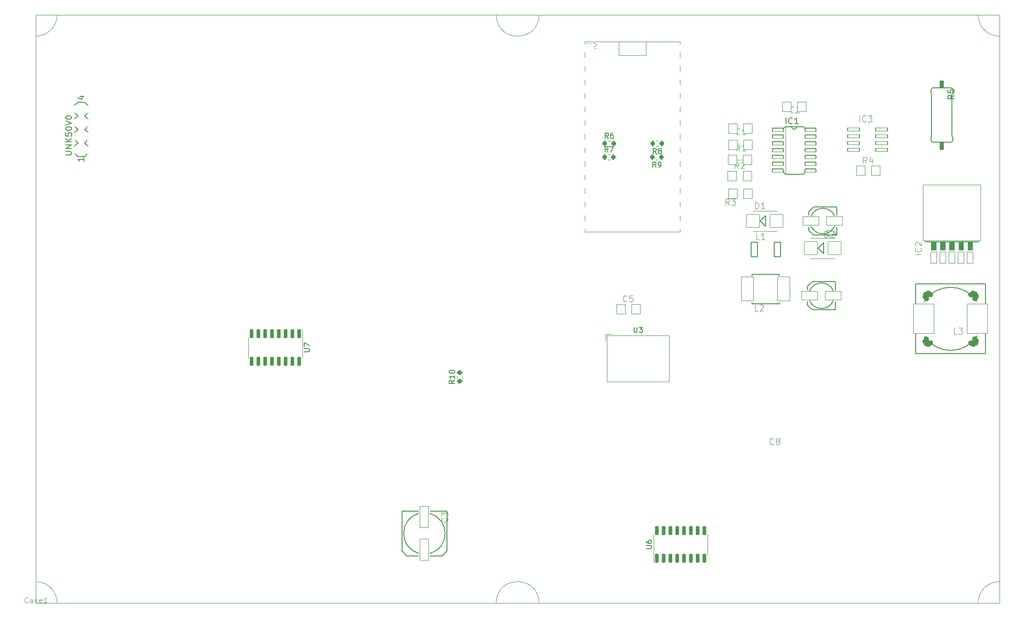
<source format=gto>
G04 #@! TF.GenerationSoftware,KiCad,Pcbnew,7.0.10*
G04 #@! TF.CreationDate,2024-01-22T16:50:30+01:00*
G04 #@! TF.ProjectId,GP1294-Teens4,47503132-3934-42d5-9465-656e73342e6b,1.0.0*
G04 #@! TF.SameCoordinates,Original*
G04 #@! TF.FileFunction,Legend,Top*
G04 #@! TF.FilePolarity,Positive*
%FSLAX46Y46*%
G04 Gerber Fmt 4.6, Leading zero omitted, Abs format (unit mm)*
G04 Created by KiCad (PCBNEW 7.0.10) date 2024-01-22 16:50:30*
%MOMM*%
%LPD*%
G01*
G04 APERTURE LIST*
G04 Aperture macros list*
%AMRoundRect*
0 Rectangle with rounded corners*
0 $1 Rounding radius*
0 $2 $3 $4 $5 $6 $7 $8 $9 X,Y pos of 4 corners*
0 Add a 4 corners polygon primitive as box body*
4,1,4,$2,$3,$4,$5,$6,$7,$8,$9,$2,$3,0*
0 Add four circle primitives for the rounded corners*
1,1,$1+$1,$2,$3*
1,1,$1+$1,$4,$5*
1,1,$1+$1,$6,$7*
1,1,$1+$1,$8,$9*
0 Add four rect primitives between the rounded corners*
20,1,$1+$1,$2,$3,$4,$5,0*
20,1,$1+$1,$4,$5,$6,$7,0*
20,1,$1+$1,$6,$7,$8,$9,0*
20,1,$1+$1,$8,$9,$2,$3,0*%
%AMFreePoly0*
4,1,17,0.328853,0.743121,0.743121,0.328853,0.758000,0.292932,0.758000,-0.292932,0.743121,-0.328853,0.328853,-0.743121,0.292932,-0.758000,-0.292932,-0.758000,-0.328853,-0.743121,-0.743121,-0.328853,-0.758000,-0.292932,-0.758000,0.292932,-0.743121,0.328853,-0.328853,0.743121,-0.292932,0.758000,0.292932,0.758000,0.328853,0.743121,0.328853,0.743121,$1*%
G04 Aperture macros list end*
%ADD10C,0.150000*%
%ADD11C,0.101600*%
%ADD12C,0.127000*%
%ADD13C,0.100000*%
%ADD14C,0.120000*%
%ADD15C,0.203200*%
%ADD16C,1.016000*%
%ADD17C,0.152400*%
%ADD18C,0.050800*%
%ADD19RoundRect,0.200000X0.275000X-0.200000X0.275000X0.200000X-0.275000X0.200000X-0.275000X-0.200000X0*%
%ADD20RoundRect,0.050800X0.800000X0.901500X-0.800000X0.901500X-0.800000X-0.901500X0.800000X-0.901500X0*%
%ADD21RoundRect,0.050800X-0.533400X-1.079500X0.533400X-1.079500X0.533400X1.079500X-0.533400X1.079500X0*%
%ADD22RoundRect,0.050800X-5.400000X-5.205000X5.400000X-5.205000X5.400000X5.205000X-5.400000X5.205000X0*%
%ADD23RoundRect,0.050800X1.925000X2.750000X-1.925000X2.750000X-1.925000X-2.750000X1.925000X-2.750000X0*%
%ADD24O,3.149600X1.625600*%
%ADD25RoundRect,0.050800X1.500000X0.800000X-1.500000X0.800000X-1.500000X-0.800000X1.500000X-0.800000X0*%
%ADD26RoundRect,0.200000X-0.200000X-0.275000X0.200000X-0.275000X0.200000X0.275000X-0.200000X0.275000X0*%
%ADD27R,1.700000X2.500000*%
%ADD28O,1.700000X2.500000*%
%ADD29RoundRect,0.200000X0.200000X0.275000X-0.200000X0.275000X-0.200000X-0.275000X0.200000X-0.275000X0*%
%ADD30RoundRect,0.050800X-0.800000X-0.901500X0.800000X-0.901500X0.800000X0.901500X-0.800000X0.901500X0*%
%ADD31RoundRect,0.050800X0.800000X0.900000X-0.800000X0.900000X-0.800000X-0.900000X0.800000X-0.900000X0*%
%ADD32RoundRect,0.150000X-0.150000X0.725000X-0.150000X-0.725000X0.150000X-0.725000X0.150000X0.725000X0*%
%ADD33RoundRect,0.050800X-1.200000X-1.200000X1.200000X-1.200000X1.200000X1.200000X-1.200000X1.200000X0*%
%ADD34RoundRect,0.050800X-0.800000X-0.900000X0.800000X-0.900000X0.800000X0.900000X-0.800000X0.900000X0*%
%ADD35FreePoly0,270.000000*%
%ADD36RoundRect,0.050800X-0.800000X2.000000X-0.800000X-2.000000X0.800000X-2.000000X0.800000X2.000000X0*%
%ADD37RoundRect,0.050800X-0.600000X-1.350000X0.600000X-1.350000X0.600000X1.350000X-0.600000X1.350000X0*%
%ADD38R,1.600000X1.600000*%
%ADD39O,1.600000X1.600000*%
%ADD40O,4.000000X1.500000*%
%ADD41RoundRect,0.050800X-1.016000X0.330200X-1.016000X-0.330200X1.016000X-0.330200X1.016000X0.330200X0*%
%ADD42RoundRect,0.150000X0.150000X-0.725000X0.150000X0.725000X-0.150000X0.725000X-0.150000X-0.725000X0*%
%ADD43RoundRect,0.050800X-1.100000X0.300000X-1.100000X-0.300000X1.100000X-0.300000X1.100000X0.300000X0*%
%ADD44RoundRect,0.050800X-1.125000X2.250000X-1.125000X-2.250000X1.125000X-2.250000X1.125000X2.250000X0*%
%ADD45R,2.000000X2.000000*%
%ADD46C,2.000000*%
%ADD47R,3.000000X2.500000*%
%ADD48R,1.727200X1.727200*%
%ADD49O,1.727200X1.727200*%
%ADD50C,3.000000*%
%ADD51O,1.500000X2.600000*%
G04 APERTURE END LIST*
D10*
X138216819Y-113355857D02*
X137740628Y-113689190D01*
X138216819Y-113927285D02*
X137216819Y-113927285D01*
X137216819Y-113927285D02*
X137216819Y-113546333D01*
X137216819Y-113546333D02*
X137264438Y-113451095D01*
X137264438Y-113451095D02*
X137312057Y-113403476D01*
X137312057Y-113403476D02*
X137407295Y-113355857D01*
X137407295Y-113355857D02*
X137550152Y-113355857D01*
X137550152Y-113355857D02*
X137645390Y-113403476D01*
X137645390Y-113403476D02*
X137693009Y-113451095D01*
X137693009Y-113451095D02*
X137740628Y-113546333D01*
X137740628Y-113546333D02*
X137740628Y-113927285D01*
X138216819Y-112403476D02*
X138216819Y-112974904D01*
X138216819Y-112689190D02*
X137216819Y-112689190D01*
X137216819Y-112689190D02*
X137359676Y-112784428D01*
X137359676Y-112784428D02*
X137454914Y-112879666D01*
X137454914Y-112879666D02*
X137502533Y-112974904D01*
X137216819Y-111784428D02*
X137216819Y-111689190D01*
X137216819Y-111689190D02*
X137264438Y-111593952D01*
X137264438Y-111593952D02*
X137312057Y-111546333D01*
X137312057Y-111546333D02*
X137407295Y-111498714D01*
X137407295Y-111498714D02*
X137597771Y-111451095D01*
X137597771Y-111451095D02*
X137835866Y-111451095D01*
X137835866Y-111451095D02*
X138026342Y-111498714D01*
X138026342Y-111498714D02*
X138121580Y-111546333D01*
X138121580Y-111546333D02*
X138169200Y-111593952D01*
X138169200Y-111593952D02*
X138216819Y-111689190D01*
X138216819Y-111689190D02*
X138216819Y-111784428D01*
X138216819Y-111784428D02*
X138169200Y-111879666D01*
X138169200Y-111879666D02*
X138121580Y-111927285D01*
X138121580Y-111927285D02*
X138026342Y-111974904D01*
X138026342Y-111974904D02*
X137835866Y-112022523D01*
X137835866Y-112022523D02*
X137597771Y-112022523D01*
X137597771Y-112022523D02*
X137407295Y-111974904D01*
X137407295Y-111974904D02*
X137312057Y-111927285D01*
X137312057Y-111927285D02*
X137264438Y-111879666D01*
X137264438Y-111879666D02*
X137216819Y-111784428D01*
D11*
X189543843Y-80587726D02*
X189154376Y-80031345D01*
X188876186Y-80587726D02*
X188876186Y-79419326D01*
X188876186Y-79419326D02*
X189321291Y-79419326D01*
X189321291Y-79419326D02*
X189432567Y-79474964D01*
X189432567Y-79474964D02*
X189488205Y-79530602D01*
X189488205Y-79530602D02*
X189543843Y-79641878D01*
X189543843Y-79641878D02*
X189543843Y-79808792D01*
X189543843Y-79808792D02*
X189488205Y-79920068D01*
X189488205Y-79920068D02*
X189432567Y-79975707D01*
X189432567Y-79975707D02*
X189321291Y-80031345D01*
X189321291Y-80031345D02*
X188876186Y-80031345D01*
X189933310Y-79419326D02*
X190656605Y-79419326D01*
X190656605Y-79419326D02*
X190267138Y-79864430D01*
X190267138Y-79864430D02*
X190434053Y-79864430D01*
X190434053Y-79864430D02*
X190545329Y-79920068D01*
X190545329Y-79920068D02*
X190600967Y-79975707D01*
X190600967Y-79975707D02*
X190656605Y-80086983D01*
X190656605Y-80086983D02*
X190656605Y-80365173D01*
X190656605Y-80365173D02*
X190600967Y-80476449D01*
X190600967Y-80476449D02*
X190545329Y-80532088D01*
X190545329Y-80532088D02*
X190434053Y-80587726D01*
X190434053Y-80587726D02*
X190100224Y-80587726D01*
X190100224Y-80587726D02*
X189988948Y-80532088D01*
X189988948Y-80532088D02*
X189933310Y-80476449D01*
X225403726Y-89824967D02*
X224235326Y-89824967D01*
X225292449Y-88600929D02*
X225348088Y-88656567D01*
X225348088Y-88656567D02*
X225403726Y-88823481D01*
X225403726Y-88823481D02*
X225403726Y-88934757D01*
X225403726Y-88934757D02*
X225348088Y-89101672D01*
X225348088Y-89101672D02*
X225236811Y-89212948D01*
X225236811Y-89212948D02*
X225125535Y-89268586D01*
X225125535Y-89268586D02*
X224902983Y-89324224D01*
X224902983Y-89324224D02*
X224736068Y-89324224D01*
X224736068Y-89324224D02*
X224513516Y-89268586D01*
X224513516Y-89268586D02*
X224402240Y-89212948D01*
X224402240Y-89212948D02*
X224290964Y-89101672D01*
X224290964Y-89101672D02*
X224235326Y-88934757D01*
X224235326Y-88934757D02*
X224235326Y-88823481D01*
X224235326Y-88823481D02*
X224290964Y-88656567D01*
X224290964Y-88656567D02*
X224346602Y-88600929D01*
X224346602Y-88155824D02*
X224290964Y-88100186D01*
X224290964Y-88100186D02*
X224235326Y-87988910D01*
X224235326Y-87988910D02*
X224235326Y-87710719D01*
X224235326Y-87710719D02*
X224290964Y-87599443D01*
X224290964Y-87599443D02*
X224346602Y-87543805D01*
X224346602Y-87543805D02*
X224457878Y-87488167D01*
X224457878Y-87488167D02*
X224569154Y-87488167D01*
X224569154Y-87488167D02*
X224736068Y-87543805D01*
X224736068Y-87543805D02*
X225403726Y-88211462D01*
X225403726Y-88211462D02*
X225403726Y-87488167D01*
X232095119Y-104705726D02*
X231538738Y-104705726D01*
X231538738Y-104705726D02*
X231538738Y-103537326D01*
X232373310Y-103537326D02*
X233096605Y-103537326D01*
X233096605Y-103537326D02*
X232707138Y-103982430D01*
X232707138Y-103982430D02*
X232874053Y-103982430D01*
X232874053Y-103982430D02*
X232985329Y-104038068D01*
X232985329Y-104038068D02*
X233040967Y-104093707D01*
X233040967Y-104093707D02*
X233096605Y-104204983D01*
X233096605Y-104204983D02*
X233096605Y-104483173D01*
X233096605Y-104483173D02*
X233040967Y-104594449D01*
X233040967Y-104594449D02*
X232985329Y-104650088D01*
X232985329Y-104650088D02*
X232874053Y-104705726D01*
X232874053Y-104705726D02*
X232540224Y-104705726D01*
X232540224Y-104705726D02*
X232428948Y-104650088D01*
X232428948Y-104650088D02*
X232373310Y-104594449D01*
D12*
X65559514Y-71164305D02*
X66484800Y-71164305D01*
X66484800Y-71164305D02*
X66593657Y-71109876D01*
X66593657Y-71109876D02*
X66648086Y-71055448D01*
X66648086Y-71055448D02*
X66702514Y-70946590D01*
X66702514Y-70946590D02*
X66702514Y-70728876D01*
X66702514Y-70728876D02*
X66648086Y-70620019D01*
X66648086Y-70620019D02*
X66593657Y-70565590D01*
X66593657Y-70565590D02*
X66484800Y-70511162D01*
X66484800Y-70511162D02*
X65559514Y-70511162D01*
X66702514Y-69966876D02*
X65559514Y-69966876D01*
X65559514Y-69966876D02*
X66702514Y-69313733D01*
X66702514Y-69313733D02*
X65559514Y-69313733D01*
X66702514Y-68769447D02*
X65559514Y-68769447D01*
X66702514Y-68116304D02*
X66049371Y-68606161D01*
X65559514Y-68116304D02*
X66212657Y-68769447D01*
X65559514Y-67082161D02*
X65559514Y-67626447D01*
X65559514Y-67626447D02*
X66103800Y-67680875D01*
X66103800Y-67680875D02*
X66049371Y-67626447D01*
X66049371Y-67626447D02*
X65994943Y-67517590D01*
X65994943Y-67517590D02*
X65994943Y-67245447D01*
X65994943Y-67245447D02*
X66049371Y-67136590D01*
X66049371Y-67136590D02*
X66103800Y-67082161D01*
X66103800Y-67082161D02*
X66212657Y-67027732D01*
X66212657Y-67027732D02*
X66484800Y-67027732D01*
X66484800Y-67027732D02*
X66593657Y-67082161D01*
X66593657Y-67082161D02*
X66648086Y-67136590D01*
X66648086Y-67136590D02*
X66702514Y-67245447D01*
X66702514Y-67245447D02*
X66702514Y-67517590D01*
X66702514Y-67517590D02*
X66648086Y-67626447D01*
X66648086Y-67626447D02*
X66593657Y-67680875D01*
X65559514Y-66320161D02*
X65559514Y-66211304D01*
X65559514Y-66211304D02*
X65613943Y-66102447D01*
X65613943Y-66102447D02*
X65668371Y-66048019D01*
X65668371Y-66048019D02*
X65777228Y-65993590D01*
X65777228Y-65993590D02*
X65994943Y-65939161D01*
X65994943Y-65939161D02*
X66267086Y-65939161D01*
X66267086Y-65939161D02*
X66484800Y-65993590D01*
X66484800Y-65993590D02*
X66593657Y-66048019D01*
X66593657Y-66048019D02*
X66648086Y-66102447D01*
X66648086Y-66102447D02*
X66702514Y-66211304D01*
X66702514Y-66211304D02*
X66702514Y-66320161D01*
X66702514Y-66320161D02*
X66648086Y-66429019D01*
X66648086Y-66429019D02*
X66593657Y-66483447D01*
X66593657Y-66483447D02*
X66484800Y-66537876D01*
X66484800Y-66537876D02*
X66267086Y-66592304D01*
X66267086Y-66592304D02*
X65994943Y-66592304D01*
X65994943Y-66592304D02*
X65777228Y-66537876D01*
X65777228Y-66537876D02*
X65668371Y-66483447D01*
X65668371Y-66483447D02*
X65613943Y-66429019D01*
X65613943Y-66429019D02*
X65559514Y-66320161D01*
X65559514Y-65612590D02*
X66702514Y-65231590D01*
X66702514Y-65231590D02*
X65559514Y-64850590D01*
X65559514Y-64251876D02*
X65559514Y-64143019D01*
X65559514Y-64143019D02*
X65613943Y-64034162D01*
X65613943Y-64034162D02*
X65668371Y-63979734D01*
X65668371Y-63979734D02*
X65777228Y-63925305D01*
X65777228Y-63925305D02*
X65994943Y-63870876D01*
X65994943Y-63870876D02*
X66267086Y-63870876D01*
X66267086Y-63870876D02*
X66484800Y-63925305D01*
X66484800Y-63925305D02*
X66593657Y-63979734D01*
X66593657Y-63979734D02*
X66648086Y-64034162D01*
X66648086Y-64034162D02*
X66702514Y-64143019D01*
X66702514Y-64143019D02*
X66702514Y-64251876D01*
X66702514Y-64251876D02*
X66648086Y-64360734D01*
X66648086Y-64360734D02*
X66593657Y-64415162D01*
X66593657Y-64415162D02*
X66484800Y-64469591D01*
X66484800Y-64469591D02*
X66267086Y-64524019D01*
X66267086Y-64524019D02*
X65994943Y-64524019D01*
X65994943Y-64524019D02*
X65777228Y-64469591D01*
X65777228Y-64469591D02*
X65668371Y-64415162D01*
X65668371Y-64415162D02*
X65613943Y-64360734D01*
X65613943Y-64360734D02*
X65559514Y-64251876D01*
X68988514Y-71708590D02*
X68988514Y-72361733D01*
X68988514Y-72035162D02*
X67845514Y-72035162D01*
X67845514Y-72035162D02*
X68008800Y-72144019D01*
X68008800Y-72144019D02*
X68117657Y-72252876D01*
X68117657Y-72252876D02*
X68172086Y-72361733D01*
X68226514Y-60260448D02*
X68988514Y-60260448D01*
X67791086Y-60532590D02*
X68607514Y-60804733D01*
X68607514Y-60804733D02*
X68607514Y-60097162D01*
D11*
X208347843Y-86286449D02*
X208292205Y-86342088D01*
X208292205Y-86342088D02*
X208125291Y-86397726D01*
X208125291Y-86397726D02*
X208014015Y-86397726D01*
X208014015Y-86397726D02*
X207847100Y-86342088D01*
X207847100Y-86342088D02*
X207735824Y-86230811D01*
X207735824Y-86230811D02*
X207680186Y-86119535D01*
X207680186Y-86119535D02*
X207624548Y-85896983D01*
X207624548Y-85896983D02*
X207624548Y-85730068D01*
X207624548Y-85730068D02*
X207680186Y-85507516D01*
X207680186Y-85507516D02*
X207735824Y-85396240D01*
X207735824Y-85396240D02*
X207847100Y-85284964D01*
X207847100Y-85284964D02*
X208014015Y-85229326D01*
X208014015Y-85229326D02*
X208125291Y-85229326D01*
X208125291Y-85229326D02*
X208292205Y-85284964D01*
X208292205Y-85284964D02*
X208347843Y-85340602D01*
X209349329Y-85618792D02*
X209349329Y-86397726D01*
X209071138Y-85173688D02*
X208792948Y-86008259D01*
X208792948Y-86008259D02*
X209516243Y-86008259D01*
D10*
X166902333Y-70652819D02*
X166569000Y-70176628D01*
X166330905Y-70652819D02*
X166330905Y-69652819D01*
X166330905Y-69652819D02*
X166711857Y-69652819D01*
X166711857Y-69652819D02*
X166807095Y-69700438D01*
X166807095Y-69700438D02*
X166854714Y-69748057D01*
X166854714Y-69748057D02*
X166902333Y-69843295D01*
X166902333Y-69843295D02*
X166902333Y-69986152D01*
X166902333Y-69986152D02*
X166854714Y-70081390D01*
X166854714Y-70081390D02*
X166807095Y-70129009D01*
X166807095Y-70129009D02*
X166711857Y-70176628D01*
X166711857Y-70176628D02*
X166330905Y-70176628D01*
X167235667Y-69652819D02*
X167902333Y-69652819D01*
X167902333Y-69652819D02*
X167473762Y-70652819D01*
X171746595Y-103407319D02*
X171746595Y-104216842D01*
X171746595Y-104216842D02*
X171794214Y-104312080D01*
X171794214Y-104312080D02*
X171841833Y-104359700D01*
X171841833Y-104359700D02*
X171937071Y-104407319D01*
X171937071Y-104407319D02*
X172127547Y-104407319D01*
X172127547Y-104407319D02*
X172222785Y-104359700D01*
X172222785Y-104359700D02*
X172270404Y-104312080D01*
X172270404Y-104312080D02*
X172318023Y-104216842D01*
X172318023Y-104216842D02*
X172318023Y-103407319D01*
X172698976Y-103407319D02*
X173318023Y-103407319D01*
X173318023Y-103407319D02*
X172984690Y-103788271D01*
X172984690Y-103788271D02*
X173127547Y-103788271D01*
X173127547Y-103788271D02*
X173222785Y-103835890D01*
X173222785Y-103835890D02*
X173270404Y-103883509D01*
X173270404Y-103883509D02*
X173318023Y-103978747D01*
X173318023Y-103978747D02*
X173318023Y-104216842D01*
X173318023Y-104216842D02*
X173270404Y-104312080D01*
X173270404Y-104312080D02*
X173222785Y-104359700D01*
X173222785Y-104359700D02*
X173127547Y-104407319D01*
X173127547Y-104407319D02*
X172841833Y-104407319D01*
X172841833Y-104407319D02*
X172746595Y-104359700D01*
X172746595Y-104359700D02*
X172698976Y-104312080D01*
D11*
X191485843Y-70463726D02*
X191096376Y-69907345D01*
X190818186Y-70463726D02*
X190818186Y-69295326D01*
X190818186Y-69295326D02*
X191263291Y-69295326D01*
X191263291Y-69295326D02*
X191374567Y-69350964D01*
X191374567Y-69350964D02*
X191430205Y-69406602D01*
X191430205Y-69406602D02*
X191485843Y-69517878D01*
X191485843Y-69517878D02*
X191485843Y-69684792D01*
X191485843Y-69684792D02*
X191430205Y-69796068D01*
X191430205Y-69796068D02*
X191374567Y-69851707D01*
X191374567Y-69851707D02*
X191263291Y-69907345D01*
X191263291Y-69907345D02*
X190818186Y-69907345D01*
X192598605Y-70463726D02*
X191930948Y-70463726D01*
X192264776Y-70463726D02*
X192264776Y-69295326D01*
X192264776Y-69295326D02*
X192153500Y-69462240D01*
X192153500Y-69462240D02*
X192042224Y-69573516D01*
X192042224Y-69573516D02*
X191930948Y-69629154D01*
D10*
X175918333Y-70972819D02*
X175585000Y-70496628D01*
X175346905Y-70972819D02*
X175346905Y-69972819D01*
X175346905Y-69972819D02*
X175727857Y-69972819D01*
X175727857Y-69972819D02*
X175823095Y-70020438D01*
X175823095Y-70020438D02*
X175870714Y-70068057D01*
X175870714Y-70068057D02*
X175918333Y-70163295D01*
X175918333Y-70163295D02*
X175918333Y-70306152D01*
X175918333Y-70306152D02*
X175870714Y-70401390D01*
X175870714Y-70401390D02*
X175823095Y-70449009D01*
X175823095Y-70449009D02*
X175727857Y-70496628D01*
X175727857Y-70496628D02*
X175346905Y-70496628D01*
X176489762Y-70401390D02*
X176394524Y-70353771D01*
X176394524Y-70353771D02*
X176346905Y-70306152D01*
X176346905Y-70306152D02*
X176299286Y-70210914D01*
X176299286Y-70210914D02*
X176299286Y-70163295D01*
X176299286Y-70163295D02*
X176346905Y-70068057D01*
X176346905Y-70068057D02*
X176394524Y-70020438D01*
X176394524Y-70020438D02*
X176489762Y-69972819D01*
X176489762Y-69972819D02*
X176680238Y-69972819D01*
X176680238Y-69972819D02*
X176775476Y-70020438D01*
X176775476Y-70020438D02*
X176823095Y-70068057D01*
X176823095Y-70068057D02*
X176870714Y-70163295D01*
X176870714Y-70163295D02*
X176870714Y-70210914D01*
X176870714Y-70210914D02*
X176823095Y-70306152D01*
X176823095Y-70306152D02*
X176775476Y-70353771D01*
X176775476Y-70353771D02*
X176680238Y-70401390D01*
X176680238Y-70401390D02*
X176489762Y-70401390D01*
X176489762Y-70401390D02*
X176394524Y-70449009D01*
X176394524Y-70449009D02*
X176346905Y-70496628D01*
X176346905Y-70496628D02*
X176299286Y-70591866D01*
X176299286Y-70591866D02*
X176299286Y-70782342D01*
X176299286Y-70782342D02*
X176346905Y-70877580D01*
X176346905Y-70877580D02*
X176394524Y-70925200D01*
X176394524Y-70925200D02*
X176489762Y-70972819D01*
X176489762Y-70972819D02*
X176680238Y-70972819D01*
X176680238Y-70972819D02*
X176775476Y-70925200D01*
X176775476Y-70925200D02*
X176823095Y-70877580D01*
X176823095Y-70877580D02*
X176870714Y-70782342D01*
X176870714Y-70782342D02*
X176870714Y-70591866D01*
X176870714Y-70591866D02*
X176823095Y-70496628D01*
X176823095Y-70496628D02*
X176775476Y-70449009D01*
X176775476Y-70449009D02*
X176680238Y-70401390D01*
D11*
X191258689Y-73765726D02*
X190869222Y-73209345D01*
X190591032Y-73765726D02*
X190591032Y-72597326D01*
X190591032Y-72597326D02*
X191036137Y-72597326D01*
X191036137Y-72597326D02*
X191147413Y-72652964D01*
X191147413Y-72652964D02*
X191203051Y-72708602D01*
X191203051Y-72708602D02*
X191258689Y-72819878D01*
X191258689Y-72819878D02*
X191258689Y-72986792D01*
X191258689Y-72986792D02*
X191203051Y-73098068D01*
X191203051Y-73098068D02*
X191147413Y-73153707D01*
X191147413Y-73153707D02*
X191036137Y-73209345D01*
X191036137Y-73209345D02*
X190591032Y-73209345D01*
X191703794Y-72708602D02*
X191759432Y-72652964D01*
X191759432Y-72652964D02*
X191870708Y-72597326D01*
X191870708Y-72597326D02*
X192148899Y-72597326D01*
X192148899Y-72597326D02*
X192260175Y-72652964D01*
X192260175Y-72652964D02*
X192315813Y-72708602D01*
X192315813Y-72708602D02*
X192371451Y-72819878D01*
X192371451Y-72819878D02*
X192371451Y-72931154D01*
X192371451Y-72931154D02*
X192315813Y-73098068D01*
X192315813Y-73098068D02*
X191648156Y-73765726D01*
X191648156Y-73765726D02*
X192371451Y-73765726D01*
D10*
X166965333Y-68112819D02*
X166632000Y-67636628D01*
X166393905Y-68112819D02*
X166393905Y-67112819D01*
X166393905Y-67112819D02*
X166774857Y-67112819D01*
X166774857Y-67112819D02*
X166870095Y-67160438D01*
X166870095Y-67160438D02*
X166917714Y-67208057D01*
X166917714Y-67208057D02*
X166965333Y-67303295D01*
X166965333Y-67303295D02*
X166965333Y-67446152D01*
X166965333Y-67446152D02*
X166917714Y-67541390D01*
X166917714Y-67541390D02*
X166870095Y-67589009D01*
X166870095Y-67589009D02*
X166774857Y-67636628D01*
X166774857Y-67636628D02*
X166393905Y-67636628D01*
X167822476Y-67112819D02*
X167632000Y-67112819D01*
X167632000Y-67112819D02*
X167536762Y-67160438D01*
X167536762Y-67160438D02*
X167489143Y-67208057D01*
X167489143Y-67208057D02*
X167393905Y-67350914D01*
X167393905Y-67350914D02*
X167346286Y-67541390D01*
X167346286Y-67541390D02*
X167346286Y-67922342D01*
X167346286Y-67922342D02*
X167393905Y-68017580D01*
X167393905Y-68017580D02*
X167441524Y-68065200D01*
X167441524Y-68065200D02*
X167536762Y-68112819D01*
X167536762Y-68112819D02*
X167727238Y-68112819D01*
X167727238Y-68112819D02*
X167822476Y-68065200D01*
X167822476Y-68065200D02*
X167870095Y-68017580D01*
X167870095Y-68017580D02*
X167917714Y-67922342D01*
X167917714Y-67922342D02*
X167917714Y-67684247D01*
X167917714Y-67684247D02*
X167870095Y-67589009D01*
X167870095Y-67589009D02*
X167822476Y-67541390D01*
X167822476Y-67541390D02*
X167727238Y-67493771D01*
X167727238Y-67493771D02*
X167536762Y-67493771D01*
X167536762Y-67493771D02*
X167441524Y-67541390D01*
X167441524Y-67541390D02*
X167393905Y-67589009D01*
X167393905Y-67589009D02*
X167346286Y-67684247D01*
D11*
X215236689Y-72749726D02*
X214847222Y-72193345D01*
X214569032Y-72749726D02*
X214569032Y-71581326D01*
X214569032Y-71581326D02*
X215014137Y-71581326D01*
X215014137Y-71581326D02*
X215125413Y-71636964D01*
X215125413Y-71636964D02*
X215181051Y-71692602D01*
X215181051Y-71692602D02*
X215236689Y-71803878D01*
X215236689Y-71803878D02*
X215236689Y-71970792D01*
X215236689Y-71970792D02*
X215181051Y-72082068D01*
X215181051Y-72082068D02*
X215125413Y-72137707D01*
X215125413Y-72137707D02*
X215014137Y-72193345D01*
X215014137Y-72193345D02*
X214569032Y-72193345D01*
X216238175Y-71970792D02*
X216238175Y-72749726D01*
X215959984Y-71525688D02*
X215681794Y-72360259D01*
X215681794Y-72360259D02*
X216405089Y-72360259D01*
X191383843Y-73146449D02*
X191328205Y-73202088D01*
X191328205Y-73202088D02*
X191161291Y-73257726D01*
X191161291Y-73257726D02*
X191050015Y-73257726D01*
X191050015Y-73257726D02*
X190883100Y-73202088D01*
X190883100Y-73202088D02*
X190771824Y-73090811D01*
X190771824Y-73090811D02*
X190716186Y-72979535D01*
X190716186Y-72979535D02*
X190660548Y-72756983D01*
X190660548Y-72756983D02*
X190660548Y-72590068D01*
X190660548Y-72590068D02*
X190716186Y-72367516D01*
X190716186Y-72367516D02*
X190771824Y-72256240D01*
X190771824Y-72256240D02*
X190883100Y-72144964D01*
X190883100Y-72144964D02*
X191050015Y-72089326D01*
X191050015Y-72089326D02*
X191161291Y-72089326D01*
X191161291Y-72089326D02*
X191328205Y-72144964D01*
X191328205Y-72144964D02*
X191383843Y-72200602D01*
X191773310Y-72089326D02*
X192552243Y-72089326D01*
X192552243Y-72089326D02*
X192051500Y-73257726D01*
D10*
X110129819Y-107984904D02*
X110939342Y-107984904D01*
X110939342Y-107984904D02*
X111034580Y-107937285D01*
X111034580Y-107937285D02*
X111082200Y-107889666D01*
X111082200Y-107889666D02*
X111129819Y-107794428D01*
X111129819Y-107794428D02*
X111129819Y-107603952D01*
X111129819Y-107603952D02*
X111082200Y-107508714D01*
X111082200Y-107508714D02*
X111034580Y-107461095D01*
X111034580Y-107461095D02*
X110939342Y-107413476D01*
X110939342Y-107413476D02*
X110129819Y-107413476D01*
X110129819Y-107032523D02*
X110129819Y-106365857D01*
X110129819Y-106365857D02*
X111129819Y-106794428D01*
D11*
X207355032Y-86592726D02*
X207355032Y-85424326D01*
X207355032Y-85424326D02*
X207633222Y-85424326D01*
X207633222Y-85424326D02*
X207800137Y-85479964D01*
X207800137Y-85479964D02*
X207911413Y-85591240D01*
X207911413Y-85591240D02*
X207967051Y-85702516D01*
X207967051Y-85702516D02*
X208022689Y-85925068D01*
X208022689Y-85925068D02*
X208022689Y-86091983D01*
X208022689Y-86091983D02*
X207967051Y-86314535D01*
X207967051Y-86314535D02*
X207911413Y-86425811D01*
X207911413Y-86425811D02*
X207800137Y-86537088D01*
X207800137Y-86537088D02*
X207633222Y-86592726D01*
X207633222Y-86592726D02*
X207355032Y-86592726D01*
X208467794Y-85535602D02*
X208523432Y-85479964D01*
X208523432Y-85479964D02*
X208634708Y-85424326D01*
X208634708Y-85424326D02*
X208912899Y-85424326D01*
X208912899Y-85424326D02*
X209024175Y-85479964D01*
X209024175Y-85479964D02*
X209079813Y-85535602D01*
X209079813Y-85535602D02*
X209135451Y-85646878D01*
X209135451Y-85646878D02*
X209135451Y-85758154D01*
X209135451Y-85758154D02*
X209079813Y-85925068D01*
X209079813Y-85925068D02*
X208412156Y-86592726D01*
X208412156Y-86592726D02*
X209135451Y-86592726D01*
D13*
X58547618Y-154862180D02*
X58499999Y-154909800D01*
X58499999Y-154909800D02*
X58357142Y-154957419D01*
X58357142Y-154957419D02*
X58261904Y-154957419D01*
X58261904Y-154957419D02*
X58119047Y-154909800D01*
X58119047Y-154909800D02*
X58023809Y-154814561D01*
X58023809Y-154814561D02*
X57976190Y-154719323D01*
X57976190Y-154719323D02*
X57928571Y-154528847D01*
X57928571Y-154528847D02*
X57928571Y-154385990D01*
X57928571Y-154385990D02*
X57976190Y-154195514D01*
X57976190Y-154195514D02*
X58023809Y-154100276D01*
X58023809Y-154100276D02*
X58119047Y-154005038D01*
X58119047Y-154005038D02*
X58261904Y-153957419D01*
X58261904Y-153957419D02*
X58357142Y-153957419D01*
X58357142Y-153957419D02*
X58499999Y-154005038D01*
X58499999Y-154005038D02*
X58547618Y-154052657D01*
X59404761Y-154957419D02*
X59404761Y-154433609D01*
X59404761Y-154433609D02*
X59357142Y-154338371D01*
X59357142Y-154338371D02*
X59261904Y-154290752D01*
X59261904Y-154290752D02*
X59071428Y-154290752D01*
X59071428Y-154290752D02*
X58976190Y-154338371D01*
X59404761Y-154909800D02*
X59309523Y-154957419D01*
X59309523Y-154957419D02*
X59071428Y-154957419D01*
X59071428Y-154957419D02*
X58976190Y-154909800D01*
X58976190Y-154909800D02*
X58928571Y-154814561D01*
X58928571Y-154814561D02*
X58928571Y-154719323D01*
X58928571Y-154719323D02*
X58976190Y-154624085D01*
X58976190Y-154624085D02*
X59071428Y-154576466D01*
X59071428Y-154576466D02*
X59309523Y-154576466D01*
X59309523Y-154576466D02*
X59404761Y-154528847D01*
X59833333Y-154909800D02*
X59928571Y-154957419D01*
X59928571Y-154957419D02*
X60119047Y-154957419D01*
X60119047Y-154957419D02*
X60214285Y-154909800D01*
X60214285Y-154909800D02*
X60261904Y-154814561D01*
X60261904Y-154814561D02*
X60261904Y-154766942D01*
X60261904Y-154766942D02*
X60214285Y-154671704D01*
X60214285Y-154671704D02*
X60119047Y-154624085D01*
X60119047Y-154624085D02*
X59976190Y-154624085D01*
X59976190Y-154624085D02*
X59880952Y-154576466D01*
X59880952Y-154576466D02*
X59833333Y-154481228D01*
X59833333Y-154481228D02*
X59833333Y-154433609D01*
X59833333Y-154433609D02*
X59880952Y-154338371D01*
X59880952Y-154338371D02*
X59976190Y-154290752D01*
X59976190Y-154290752D02*
X60119047Y-154290752D01*
X60119047Y-154290752D02*
X60214285Y-154338371D01*
X61071428Y-154909800D02*
X60976190Y-154957419D01*
X60976190Y-154957419D02*
X60785714Y-154957419D01*
X60785714Y-154957419D02*
X60690476Y-154909800D01*
X60690476Y-154909800D02*
X60642857Y-154814561D01*
X60642857Y-154814561D02*
X60642857Y-154433609D01*
X60642857Y-154433609D02*
X60690476Y-154338371D01*
X60690476Y-154338371D02*
X60785714Y-154290752D01*
X60785714Y-154290752D02*
X60976190Y-154290752D01*
X60976190Y-154290752D02*
X61071428Y-154338371D01*
X61071428Y-154338371D02*
X61119047Y-154433609D01*
X61119047Y-154433609D02*
X61119047Y-154528847D01*
X61119047Y-154528847D02*
X60642857Y-154624085D01*
X62071428Y-154957419D02*
X61500000Y-154957419D01*
X61785714Y-154957419D02*
X61785714Y-153957419D01*
X61785714Y-153957419D02*
X61690476Y-154100276D01*
X61690476Y-154100276D02*
X61595238Y-154195514D01*
X61595238Y-154195514D02*
X61500000Y-154243133D01*
D11*
X197805043Y-125262249D02*
X197749405Y-125317888D01*
X197749405Y-125317888D02*
X197582491Y-125373526D01*
X197582491Y-125373526D02*
X197471215Y-125373526D01*
X197471215Y-125373526D02*
X197304300Y-125317888D01*
X197304300Y-125317888D02*
X197193024Y-125206611D01*
X197193024Y-125206611D02*
X197137386Y-125095335D01*
X197137386Y-125095335D02*
X197081748Y-124872783D01*
X197081748Y-124872783D02*
X197081748Y-124705868D01*
X197081748Y-124705868D02*
X197137386Y-124483316D01*
X197137386Y-124483316D02*
X197193024Y-124372040D01*
X197193024Y-124372040D02*
X197304300Y-124260764D01*
X197304300Y-124260764D02*
X197471215Y-124205126D01*
X197471215Y-124205126D02*
X197582491Y-124205126D01*
X197582491Y-124205126D02*
X197749405Y-124260764D01*
X197749405Y-124260764D02*
X197805043Y-124316402D01*
X198472700Y-124705868D02*
X198361424Y-124650230D01*
X198361424Y-124650230D02*
X198305786Y-124594592D01*
X198305786Y-124594592D02*
X198250148Y-124483316D01*
X198250148Y-124483316D02*
X198250148Y-124427678D01*
X198250148Y-124427678D02*
X198305786Y-124316402D01*
X198305786Y-124316402D02*
X198361424Y-124260764D01*
X198361424Y-124260764D02*
X198472700Y-124205126D01*
X198472700Y-124205126D02*
X198695253Y-124205126D01*
X198695253Y-124205126D02*
X198806529Y-124260764D01*
X198806529Y-124260764D02*
X198862167Y-124316402D01*
X198862167Y-124316402D02*
X198917805Y-124427678D01*
X198917805Y-124427678D02*
X198917805Y-124483316D01*
X198917805Y-124483316D02*
X198862167Y-124594592D01*
X198862167Y-124594592D02*
X198806529Y-124650230D01*
X198806529Y-124650230D02*
X198695253Y-124705868D01*
X198695253Y-124705868D02*
X198472700Y-124705868D01*
X198472700Y-124705868D02*
X198361424Y-124761507D01*
X198361424Y-124761507D02*
X198305786Y-124817145D01*
X198305786Y-124817145D02*
X198250148Y-124928421D01*
X198250148Y-124928421D02*
X198250148Y-125150973D01*
X198250148Y-125150973D02*
X198305786Y-125262249D01*
X198305786Y-125262249D02*
X198361424Y-125317888D01*
X198361424Y-125317888D02*
X198472700Y-125373526D01*
X198472700Y-125373526D02*
X198695253Y-125373526D01*
X198695253Y-125373526D02*
X198806529Y-125317888D01*
X198806529Y-125317888D02*
X198862167Y-125262249D01*
X198862167Y-125262249D02*
X198917805Y-125150973D01*
X198917805Y-125150973D02*
X198917805Y-124928421D01*
X198917805Y-124928421D02*
X198862167Y-124817145D01*
X198862167Y-124817145D02*
X198806529Y-124761507D01*
X198806529Y-124761507D02*
X198695253Y-124705868D01*
X201543843Y-63240449D02*
X201488205Y-63296088D01*
X201488205Y-63296088D02*
X201321291Y-63351726D01*
X201321291Y-63351726D02*
X201210015Y-63351726D01*
X201210015Y-63351726D02*
X201043100Y-63296088D01*
X201043100Y-63296088D02*
X200931824Y-63184811D01*
X200931824Y-63184811D02*
X200876186Y-63073535D01*
X200876186Y-63073535D02*
X200820548Y-62850983D01*
X200820548Y-62850983D02*
X200820548Y-62684068D01*
X200820548Y-62684068D02*
X200876186Y-62461516D01*
X200876186Y-62461516D02*
X200931824Y-62350240D01*
X200931824Y-62350240D02*
X201043100Y-62238964D01*
X201043100Y-62238964D02*
X201210015Y-62183326D01*
X201210015Y-62183326D02*
X201321291Y-62183326D01*
X201321291Y-62183326D02*
X201488205Y-62238964D01*
X201488205Y-62238964D02*
X201543843Y-62294602D01*
X201988948Y-62294602D02*
X202044586Y-62238964D01*
X202044586Y-62238964D02*
X202155862Y-62183326D01*
X202155862Y-62183326D02*
X202434053Y-62183326D01*
X202434053Y-62183326D02*
X202545329Y-62238964D01*
X202545329Y-62238964D02*
X202600967Y-62294602D01*
X202600967Y-62294602D02*
X202656605Y-62405878D01*
X202656605Y-62405878D02*
X202656605Y-62517154D01*
X202656605Y-62517154D02*
X202600967Y-62684068D01*
X202600967Y-62684068D02*
X201933310Y-63351726D01*
X201933310Y-63351726D02*
X202656605Y-63351726D01*
X170430689Y-98546449D02*
X170375051Y-98602088D01*
X170375051Y-98602088D02*
X170208137Y-98657726D01*
X170208137Y-98657726D02*
X170096861Y-98657726D01*
X170096861Y-98657726D02*
X169929946Y-98602088D01*
X169929946Y-98602088D02*
X169818670Y-98490811D01*
X169818670Y-98490811D02*
X169763032Y-98379535D01*
X169763032Y-98379535D02*
X169707394Y-98156983D01*
X169707394Y-98156983D02*
X169707394Y-97990068D01*
X169707394Y-97990068D02*
X169763032Y-97767516D01*
X169763032Y-97767516D02*
X169818670Y-97656240D01*
X169818670Y-97656240D02*
X169929946Y-97544964D01*
X169929946Y-97544964D02*
X170096861Y-97489326D01*
X170096861Y-97489326D02*
X170208137Y-97489326D01*
X170208137Y-97489326D02*
X170375051Y-97544964D01*
X170375051Y-97544964D02*
X170430689Y-97600602D01*
X171487813Y-97489326D02*
X170931432Y-97489326D01*
X170931432Y-97489326D02*
X170875794Y-98045707D01*
X170875794Y-98045707D02*
X170931432Y-97990068D01*
X170931432Y-97990068D02*
X171042708Y-97934430D01*
X171042708Y-97934430D02*
X171320899Y-97934430D01*
X171320899Y-97934430D02*
X171432175Y-97990068D01*
X171432175Y-97990068D02*
X171487813Y-98045707D01*
X171487813Y-98045707D02*
X171543451Y-98156983D01*
X171543451Y-98156983D02*
X171543451Y-98435173D01*
X171543451Y-98435173D02*
X171487813Y-98546449D01*
X171487813Y-98546449D02*
X171432175Y-98602088D01*
X171432175Y-98602088D02*
X171320899Y-98657726D01*
X171320899Y-98657726D02*
X171042708Y-98657726D01*
X171042708Y-98657726D02*
X170931432Y-98602088D01*
X170931432Y-98602088D02*
X170875794Y-98546449D01*
D12*
X231516514Y-60059837D02*
X230972228Y-60440837D01*
X231516514Y-60712980D02*
X230373514Y-60712980D01*
X230373514Y-60712980D02*
X230373514Y-60277551D01*
X230373514Y-60277551D02*
X230427943Y-60168694D01*
X230427943Y-60168694D02*
X230482371Y-60114265D01*
X230482371Y-60114265D02*
X230591228Y-60059837D01*
X230591228Y-60059837D02*
X230754514Y-60059837D01*
X230754514Y-60059837D02*
X230863371Y-60114265D01*
X230863371Y-60114265D02*
X230917800Y-60168694D01*
X230917800Y-60168694D02*
X230972228Y-60277551D01*
X230972228Y-60277551D02*
X230972228Y-60712980D01*
X230373514Y-59025694D02*
X230373514Y-59569980D01*
X230373514Y-59569980D02*
X230917800Y-59624408D01*
X230917800Y-59624408D02*
X230863371Y-59569980D01*
X230863371Y-59569980D02*
X230808943Y-59461123D01*
X230808943Y-59461123D02*
X230808943Y-59188980D01*
X230808943Y-59188980D02*
X230863371Y-59080123D01*
X230863371Y-59080123D02*
X230917800Y-59025694D01*
X230917800Y-59025694D02*
X231026657Y-58971265D01*
X231026657Y-58971265D02*
X231298800Y-58971265D01*
X231298800Y-58971265D02*
X231407657Y-59025694D01*
X231407657Y-59025694D02*
X231462086Y-59080123D01*
X231462086Y-59080123D02*
X231516514Y-59188980D01*
X231516514Y-59188980D02*
X231516514Y-59461123D01*
X231516514Y-59461123D02*
X231462086Y-59569980D01*
X231462086Y-59569980D02*
X231407657Y-59624408D01*
D11*
X136858449Y-139098156D02*
X136914088Y-139153794D01*
X136914088Y-139153794D02*
X136969726Y-139320708D01*
X136969726Y-139320708D02*
X136969726Y-139431984D01*
X136969726Y-139431984D02*
X136914088Y-139598899D01*
X136914088Y-139598899D02*
X136802811Y-139710175D01*
X136802811Y-139710175D02*
X136691535Y-139765813D01*
X136691535Y-139765813D02*
X136468983Y-139821451D01*
X136468983Y-139821451D02*
X136302068Y-139821451D01*
X136302068Y-139821451D02*
X136079516Y-139765813D01*
X136079516Y-139765813D02*
X135968240Y-139710175D01*
X135968240Y-139710175D02*
X135856964Y-139598899D01*
X135856964Y-139598899D02*
X135801326Y-139431984D01*
X135801326Y-139431984D02*
X135801326Y-139320708D01*
X135801326Y-139320708D02*
X135856964Y-139153794D01*
X135856964Y-139153794D02*
X135912602Y-139098156D01*
X135801326Y-138708689D02*
X135801326Y-137985394D01*
X135801326Y-137985394D02*
X136246430Y-138374861D01*
X136246430Y-138374861D02*
X136246430Y-138207946D01*
X136246430Y-138207946D02*
X136302068Y-138096670D01*
X136302068Y-138096670D02*
X136357707Y-138041032D01*
X136357707Y-138041032D02*
X136468983Y-137985394D01*
X136468983Y-137985394D02*
X136747173Y-137985394D01*
X136747173Y-137985394D02*
X136858449Y-138041032D01*
X136858449Y-138041032D02*
X136914088Y-138096670D01*
X136914088Y-138096670D02*
X136969726Y-138207946D01*
X136969726Y-138207946D02*
X136969726Y-138541775D01*
X136969726Y-138541775D02*
X136914088Y-138653051D01*
X136914088Y-138653051D02*
X136858449Y-138708689D01*
X195162413Y-87000726D02*
X194606032Y-87000726D01*
X194606032Y-87000726D02*
X194606032Y-85832326D01*
X196163899Y-87000726D02*
X195496242Y-87000726D01*
X195830070Y-87000726D02*
X195830070Y-85832326D01*
X195830070Y-85832326D02*
X195718794Y-85999240D01*
X195718794Y-85999240D02*
X195607518Y-86110516D01*
X195607518Y-86110516D02*
X195496242Y-86166154D01*
D13*
X163086095Y-50285419D02*
X163086095Y-51094942D01*
X163086095Y-51094942D02*
X163133714Y-51190180D01*
X163133714Y-51190180D02*
X163181333Y-51237800D01*
X163181333Y-51237800D02*
X163276571Y-51285419D01*
X163276571Y-51285419D02*
X163467047Y-51285419D01*
X163467047Y-51285419D02*
X163562285Y-51237800D01*
X163562285Y-51237800D02*
X163609904Y-51190180D01*
X163609904Y-51190180D02*
X163657523Y-51094942D01*
X163657523Y-51094942D02*
X163657523Y-50285419D01*
X164086095Y-50380657D02*
X164133714Y-50333038D01*
X164133714Y-50333038D02*
X164228952Y-50285419D01*
X164228952Y-50285419D02*
X164467047Y-50285419D01*
X164467047Y-50285419D02*
X164562285Y-50333038D01*
X164562285Y-50333038D02*
X164609904Y-50380657D01*
X164609904Y-50380657D02*
X164657523Y-50475895D01*
X164657523Y-50475895D02*
X164657523Y-50571133D01*
X164657523Y-50571133D02*
X164609904Y-50713990D01*
X164609904Y-50713990D02*
X164038476Y-51285419D01*
X164038476Y-51285419D02*
X164657523Y-51285419D01*
D12*
X200126694Y-65385514D02*
X200126694Y-64242514D01*
X201324123Y-65276657D02*
X201269695Y-65331086D01*
X201269695Y-65331086D02*
X201106409Y-65385514D01*
X201106409Y-65385514D02*
X200997552Y-65385514D01*
X200997552Y-65385514D02*
X200834266Y-65331086D01*
X200834266Y-65331086D02*
X200725409Y-65222228D01*
X200725409Y-65222228D02*
X200670980Y-65113371D01*
X200670980Y-65113371D02*
X200616552Y-64895657D01*
X200616552Y-64895657D02*
X200616552Y-64732371D01*
X200616552Y-64732371D02*
X200670980Y-64514657D01*
X200670980Y-64514657D02*
X200725409Y-64405800D01*
X200725409Y-64405800D02*
X200834266Y-64296943D01*
X200834266Y-64296943D02*
X200997552Y-64242514D01*
X200997552Y-64242514D02*
X201106409Y-64242514D01*
X201106409Y-64242514D02*
X201269695Y-64296943D01*
X201269695Y-64296943D02*
X201324123Y-64351371D01*
X202412695Y-65385514D02*
X201759552Y-65385514D01*
X202086123Y-65385514D02*
X202086123Y-64242514D01*
X202086123Y-64242514D02*
X201977266Y-64405800D01*
X201977266Y-64405800D02*
X201868409Y-64514657D01*
X201868409Y-64514657D02*
X201759552Y-64569086D01*
D10*
X174021819Y-144814904D02*
X174831342Y-144814904D01*
X174831342Y-144814904D02*
X174926580Y-144767285D01*
X174926580Y-144767285D02*
X174974200Y-144719666D01*
X174974200Y-144719666D02*
X175021819Y-144624428D01*
X175021819Y-144624428D02*
X175021819Y-144433952D01*
X175021819Y-144433952D02*
X174974200Y-144338714D01*
X174974200Y-144338714D02*
X174926580Y-144291095D01*
X174926580Y-144291095D02*
X174831342Y-144243476D01*
X174831342Y-144243476D02*
X174021819Y-144243476D01*
X174021819Y-143338714D02*
X174021819Y-143529190D01*
X174021819Y-143529190D02*
X174069438Y-143624428D01*
X174069438Y-143624428D02*
X174117057Y-143672047D01*
X174117057Y-143672047D02*
X174259914Y-143767285D01*
X174259914Y-143767285D02*
X174450390Y-143814904D01*
X174450390Y-143814904D02*
X174831342Y-143814904D01*
X174831342Y-143814904D02*
X174926580Y-143767285D01*
X174926580Y-143767285D02*
X174974200Y-143719666D01*
X174974200Y-143719666D02*
X175021819Y-143624428D01*
X175021819Y-143624428D02*
X175021819Y-143433952D01*
X175021819Y-143433952D02*
X174974200Y-143338714D01*
X174974200Y-143338714D02*
X174926580Y-143291095D01*
X174926580Y-143291095D02*
X174831342Y-143243476D01*
X174831342Y-143243476D02*
X174593247Y-143243476D01*
X174593247Y-143243476D02*
X174498009Y-143291095D01*
X174498009Y-143291095D02*
X174450390Y-143338714D01*
X174450390Y-143338714D02*
X174402771Y-143433952D01*
X174402771Y-143433952D02*
X174402771Y-143624428D01*
X174402771Y-143624428D02*
X174450390Y-143719666D01*
X174450390Y-143719666D02*
X174498009Y-143767285D01*
X174498009Y-143767285D02*
X174593247Y-143814904D01*
D11*
X213832032Y-65002726D02*
X213832032Y-63834326D01*
X215056070Y-64891449D02*
X215000432Y-64947088D01*
X215000432Y-64947088D02*
X214833518Y-65002726D01*
X214833518Y-65002726D02*
X214722242Y-65002726D01*
X214722242Y-65002726D02*
X214555327Y-64947088D01*
X214555327Y-64947088D02*
X214444051Y-64835811D01*
X214444051Y-64835811D02*
X214388413Y-64724535D01*
X214388413Y-64724535D02*
X214332775Y-64501983D01*
X214332775Y-64501983D02*
X214332775Y-64335068D01*
X214332775Y-64335068D02*
X214388413Y-64112516D01*
X214388413Y-64112516D02*
X214444051Y-64001240D01*
X214444051Y-64001240D02*
X214555327Y-63889964D01*
X214555327Y-63889964D02*
X214722242Y-63834326D01*
X214722242Y-63834326D02*
X214833518Y-63834326D01*
X214833518Y-63834326D02*
X215000432Y-63889964D01*
X215000432Y-63889964D02*
X215056070Y-63945602D01*
X215445537Y-63834326D02*
X216168832Y-63834326D01*
X216168832Y-63834326D02*
X215779365Y-64279430D01*
X215779365Y-64279430D02*
X215946280Y-64279430D01*
X215946280Y-64279430D02*
X216057556Y-64335068D01*
X216057556Y-64335068D02*
X216113194Y-64390707D01*
X216113194Y-64390707D02*
X216168832Y-64501983D01*
X216168832Y-64501983D02*
X216168832Y-64780173D01*
X216168832Y-64780173D02*
X216113194Y-64891449D01*
X216113194Y-64891449D02*
X216057556Y-64947088D01*
X216057556Y-64947088D02*
X215946280Y-65002726D01*
X215946280Y-65002726D02*
X215612451Y-65002726D01*
X215612451Y-65002726D02*
X215501175Y-64947088D01*
X215501175Y-64947088D02*
X215445537Y-64891449D01*
X194912413Y-100389726D02*
X194356032Y-100389726D01*
X194356032Y-100389726D02*
X194356032Y-99221326D01*
X195246242Y-99332602D02*
X195301880Y-99276964D01*
X195301880Y-99276964D02*
X195413156Y-99221326D01*
X195413156Y-99221326D02*
X195691347Y-99221326D01*
X195691347Y-99221326D02*
X195802623Y-99276964D01*
X195802623Y-99276964D02*
X195858261Y-99332602D01*
X195858261Y-99332602D02*
X195913899Y-99443878D01*
X195913899Y-99443878D02*
X195913899Y-99555154D01*
X195913899Y-99555154D02*
X195858261Y-99722068D01*
X195858261Y-99722068D02*
X195190604Y-100389726D01*
X195190604Y-100389726D02*
X195913899Y-100389726D01*
X194360032Y-81258726D02*
X194360032Y-80090326D01*
X194360032Y-80090326D02*
X194638222Y-80090326D01*
X194638222Y-80090326D02*
X194805137Y-80145964D01*
X194805137Y-80145964D02*
X194916413Y-80257240D01*
X194916413Y-80257240D02*
X194972051Y-80368516D01*
X194972051Y-80368516D02*
X195027689Y-80591068D01*
X195027689Y-80591068D02*
X195027689Y-80757983D01*
X195027689Y-80757983D02*
X194972051Y-80980535D01*
X194972051Y-80980535D02*
X194916413Y-81091811D01*
X194916413Y-81091811D02*
X194805137Y-81203088D01*
X194805137Y-81203088D02*
X194638222Y-81258726D01*
X194638222Y-81258726D02*
X194360032Y-81258726D01*
X196140451Y-81258726D02*
X195472794Y-81258726D01*
X195806622Y-81258726D02*
X195806622Y-80090326D01*
X195806622Y-80090326D02*
X195695346Y-80257240D01*
X195695346Y-80257240D02*
X195584070Y-80368516D01*
X195584070Y-80368516D02*
X195472794Y-80424154D01*
X191507843Y-67304449D02*
X191452205Y-67360088D01*
X191452205Y-67360088D02*
X191285291Y-67415726D01*
X191285291Y-67415726D02*
X191174015Y-67415726D01*
X191174015Y-67415726D02*
X191007100Y-67360088D01*
X191007100Y-67360088D02*
X190895824Y-67248811D01*
X190895824Y-67248811D02*
X190840186Y-67137535D01*
X190840186Y-67137535D02*
X190784548Y-66914983D01*
X190784548Y-66914983D02*
X190784548Y-66748068D01*
X190784548Y-66748068D02*
X190840186Y-66525516D01*
X190840186Y-66525516D02*
X190895824Y-66414240D01*
X190895824Y-66414240D02*
X191007100Y-66302964D01*
X191007100Y-66302964D02*
X191174015Y-66247326D01*
X191174015Y-66247326D02*
X191285291Y-66247326D01*
X191285291Y-66247326D02*
X191452205Y-66302964D01*
X191452205Y-66302964D02*
X191507843Y-66358602D01*
X192620605Y-67415726D02*
X191952948Y-67415726D01*
X192286776Y-67415726D02*
X192286776Y-66247326D01*
X192286776Y-66247326D02*
X192175500Y-66414240D01*
X192175500Y-66414240D02*
X192064224Y-66525516D01*
X192064224Y-66525516D02*
X191952948Y-66581154D01*
D10*
X175855333Y-73512819D02*
X175522000Y-73036628D01*
X175283905Y-73512819D02*
X175283905Y-72512819D01*
X175283905Y-72512819D02*
X175664857Y-72512819D01*
X175664857Y-72512819D02*
X175760095Y-72560438D01*
X175760095Y-72560438D02*
X175807714Y-72608057D01*
X175807714Y-72608057D02*
X175855333Y-72703295D01*
X175855333Y-72703295D02*
X175855333Y-72846152D01*
X175855333Y-72846152D02*
X175807714Y-72941390D01*
X175807714Y-72941390D02*
X175760095Y-72989009D01*
X175760095Y-72989009D02*
X175664857Y-73036628D01*
X175664857Y-73036628D02*
X175283905Y-73036628D01*
X176331524Y-73512819D02*
X176522000Y-73512819D01*
X176522000Y-73512819D02*
X176617238Y-73465200D01*
X176617238Y-73465200D02*
X176664857Y-73417580D01*
X176664857Y-73417580D02*
X176760095Y-73274723D01*
X176760095Y-73274723D02*
X176807714Y-73084247D01*
X176807714Y-73084247D02*
X176807714Y-72703295D01*
X176807714Y-72703295D02*
X176760095Y-72608057D01*
X176760095Y-72608057D02*
X176712476Y-72560438D01*
X176712476Y-72560438D02*
X176617238Y-72512819D01*
X176617238Y-72512819D02*
X176426762Y-72512819D01*
X176426762Y-72512819D02*
X176331524Y-72560438D01*
X176331524Y-72560438D02*
X176283905Y-72608057D01*
X176283905Y-72608057D02*
X176236286Y-72703295D01*
X176236286Y-72703295D02*
X176236286Y-72941390D01*
X176236286Y-72941390D02*
X176283905Y-73036628D01*
X176283905Y-73036628D02*
X176331524Y-73084247D01*
X176331524Y-73084247D02*
X176426762Y-73131866D01*
X176426762Y-73131866D02*
X176617238Y-73131866D01*
X176617238Y-73131866D02*
X176712476Y-73084247D01*
X176712476Y-73084247D02*
X176760095Y-73036628D01*
X176760095Y-73036628D02*
X176807714Y-72941390D01*
D14*
X139714500Y-112950258D02*
X139714500Y-112475742D01*
X138669500Y-112950258D02*
X138669500Y-112475742D01*
D15*
X236234000Y-87462000D02*
X226046000Y-87462000D01*
G36*
X228219000Y-89052400D02*
G01*
X227253800Y-89052400D01*
X227253800Y-87376000D01*
X228219000Y-87376000D01*
X228219000Y-89052400D01*
G37*
G36*
X229920800Y-89052400D02*
G01*
X228955600Y-89052400D01*
X228955600Y-87376000D01*
X229920800Y-87376000D01*
X229920800Y-89052400D01*
G37*
G36*
X231622600Y-89052400D02*
G01*
X230657400Y-89052400D01*
X230657400Y-87376000D01*
X231622600Y-87376000D01*
X231622600Y-89052400D01*
G37*
G36*
X233324400Y-89052400D02*
G01*
X232359200Y-89052400D01*
X232359200Y-87376000D01*
X233324400Y-87376000D01*
X233324400Y-89052400D01*
G37*
G36*
X235026200Y-89052400D02*
G01*
X234061000Y-89052400D01*
X234061000Y-87376000D01*
X235026200Y-87376000D01*
X235026200Y-89052400D01*
G37*
X237386000Y-108354000D02*
X224361000Y-108354000D01*
X237386000Y-95354000D02*
X237386000Y-108354000D01*
X224361000Y-108354000D02*
X224361000Y-95354000D01*
X224361000Y-95354000D02*
X237386000Y-95354000D01*
X230886000Y-107753999D02*
G75*
G03*
X235836000Y-105079000I9410J5899993D01*
G01*
D16*
X234686601Y-106397098D02*
G75*
G03*
X235411400Y-105637001I436499J309390D01*
G01*
X235429098Y-98053399D02*
G75*
G03*
X234669001Y-97328600I-309390J436499D01*
G01*
D15*
X225986000Y-105129000D02*
G75*
G03*
X230886000Y-107753999I4907590J3275002D01*
G01*
X235785999Y-98579001D02*
G75*
G03*
X230886000Y-95954001I-4907589J-3274999D01*
G01*
D16*
X226342908Y-105654610D02*
G75*
G03*
X227102999Y-106379400I309392J-436490D01*
G01*
X227085402Y-97310900D02*
G75*
G03*
X226360600Y-98071000I-436502J-309390D01*
G01*
D15*
X230886000Y-95954001D02*
G75*
G03*
X225936000Y-98629000I-9410J-5899993D01*
G01*
D17*
X67865000Y-71520000D02*
X69135000Y-71520000D01*
X69135000Y-71520000D02*
X69770000Y-70885000D01*
X67230000Y-70885000D02*
X67865000Y-71520000D01*
X67230000Y-70885000D02*
X67230000Y-69615000D01*
X67230000Y-69615000D02*
X67865000Y-68980000D01*
X69770000Y-69615000D02*
X69770000Y-70885000D01*
X67865000Y-68980000D02*
X67230000Y-68345000D01*
X69135000Y-68980000D02*
X69770000Y-69615000D01*
X67230000Y-68345000D02*
X67230000Y-67075000D01*
X69770000Y-68345000D02*
X69135000Y-68980000D01*
X67230000Y-67075000D02*
X67865000Y-66440000D01*
X69770000Y-67075000D02*
X69770000Y-68345000D01*
X67865000Y-66440000D02*
X67230000Y-65805000D01*
X69135000Y-66440000D02*
X69770000Y-67075000D01*
X67230000Y-65805000D02*
X67230000Y-64535000D01*
X69770000Y-65805000D02*
X69135000Y-66440000D01*
X67230000Y-64535000D02*
X67865000Y-63900000D01*
X69770000Y-64535000D02*
X69770000Y-65805000D01*
X69135000Y-63900000D02*
X69770000Y-64535000D01*
X69135000Y-63900000D02*
X69770000Y-63265000D01*
X67230000Y-63265000D02*
X67865000Y-63900000D01*
X67230000Y-63265000D02*
X67230000Y-61995000D01*
X67230000Y-61995000D02*
X67865000Y-61360000D01*
X69770000Y-61995000D02*
X69770000Y-63265000D01*
X67865000Y-61360000D02*
X69135000Y-61360000D01*
X69135000Y-61360000D02*
X69770000Y-61995000D01*
D15*
X209660000Y-86216000D02*
X205260000Y-86216000D01*
X209660000Y-84666000D02*
X209660000Y-86216000D01*
X209660000Y-80916000D02*
X209660000Y-82466000D01*
X205260000Y-86216000D02*
X204360000Y-85316000D01*
X205260000Y-80916000D02*
X209660000Y-80916000D01*
X204360000Y-85316000D02*
X204360000Y-84666000D01*
X204360000Y-82466000D02*
X204360000Y-81816000D01*
X204360000Y-81816000D02*
X205260000Y-80916000D01*
X204810001Y-84516000D02*
G75*
G03*
X209209999Y-84516000I2199999J950001D01*
G01*
X209209999Y-82616000D02*
G75*
G03*
X204810001Y-82616000I-2199999J-950001D01*
G01*
D14*
X166831742Y-71105500D02*
X167306258Y-71105500D01*
X166831742Y-72150500D02*
X167306258Y-72150500D01*
X166458500Y-104712500D02*
X167698500Y-104712500D01*
X166458500Y-105952500D02*
X166458500Y-104712500D01*
X166698500Y-104952500D02*
X166698500Y-113572500D01*
X166698500Y-104952500D02*
X178318500Y-104952500D01*
X166698500Y-113572500D02*
X178318500Y-113572500D01*
X178318500Y-104952500D02*
X178318500Y-113572500D01*
X176322258Y-69610500D02*
X175847742Y-69610500D01*
X176322258Y-68565500D02*
X175847742Y-68565500D01*
X166894742Y-68565500D02*
X167369258Y-68565500D01*
X166894742Y-69610500D02*
X167369258Y-69610500D01*
X109835000Y-107223000D02*
X109835000Y-103773000D01*
X109835000Y-107223000D02*
X109835000Y-109173000D01*
X99715000Y-107223000D02*
X99715000Y-105273000D01*
X99715000Y-107223000D02*
X99715000Y-109173000D01*
D11*
X204749400Y-86741000D02*
X209270600Y-86741000D01*
X204749400Y-90551000D02*
X209270600Y-90551000D01*
D15*
X206180000Y-88646000D02*
X207203000Y-89646000D01*
X207203000Y-87646000D02*
X206180000Y-88646000D01*
X207203000Y-89646000D02*
X207203000Y-87646000D01*
D13*
X60000000Y-155000000D02*
X240000000Y-155000000D01*
X240000000Y-155000000D02*
X240000000Y-45000000D01*
X240000000Y-45000000D02*
X60000000Y-45000000D01*
X60000000Y-45000000D02*
X60000000Y-155000000D01*
X64000000Y-155000000D02*
G75*
G03*
X60000000Y-151000000I-4000000J0D01*
G01*
X60000000Y-49000000D02*
G75*
G03*
X64000000Y-45000000I0J4000000D01*
G01*
X154000000Y-155000000D02*
G75*
G03*
X146000000Y-155000000I-4000000J0D01*
G01*
X146000000Y-45000000D02*
G75*
G03*
X154000000Y-45000000I4000000J0D01*
G01*
X240000000Y-151000000D02*
G75*
G03*
X236000000Y-155000000I0J-4000000D01*
G01*
X236000000Y-45000000D02*
G75*
G03*
X240000000Y-49000000I4000000J0D01*
G01*
D15*
X209406000Y-100186000D02*
X205006000Y-100186000D01*
X209406000Y-98636000D02*
X209406000Y-100186000D01*
X209406000Y-94886000D02*
X209406000Y-96436000D01*
X205006000Y-100186000D02*
X204106000Y-99286000D01*
X205006000Y-94886000D02*
X209406000Y-94886000D01*
X204106000Y-99286000D02*
X204106000Y-98636000D01*
X204106000Y-96436000D02*
X204106000Y-95786000D01*
X204106000Y-95786000D02*
X205006000Y-94886000D01*
X204556001Y-98486000D02*
G75*
G03*
X208955999Y-98486000I2199999J950001D01*
G01*
X208955999Y-96586000D02*
G75*
G03*
X204556001Y-96586000I-2199999J-950001D01*
G01*
D17*
X230901000Y-58670000D02*
X227599000Y-58670000D01*
X231282000Y-59051000D02*
X231282000Y-59686000D01*
X227218000Y-59051000D02*
X227218000Y-59686000D01*
X231155000Y-59813000D02*
X231282000Y-59686000D01*
X231155000Y-59813000D02*
X231155000Y-67687000D01*
X227345000Y-59813000D02*
X227218000Y-59686000D01*
X227345000Y-59813000D02*
X227345000Y-67687000D01*
X231155000Y-67687000D02*
X231282000Y-67814000D01*
X227345000Y-67687000D02*
X227218000Y-67814000D01*
X231282000Y-68449000D02*
X231282000Y-67814000D01*
X227218000Y-68449000D02*
X227218000Y-67814000D01*
X227599000Y-68830000D02*
X230901000Y-68830000D01*
X231282000Y-59051000D02*
G75*
G03*
X230901000Y-58670000I-380999J1D01*
G01*
X227599000Y-58670000D02*
G75*
G03*
X227218000Y-59051000I-1J-380999D01*
G01*
X230901000Y-68830000D02*
G75*
G03*
X231282000Y-68449000I0J381000D01*
G01*
X227218000Y-68449000D02*
G75*
G03*
X227599000Y-68830000I381000J0D01*
G01*
G36*
X229631000Y-58670000D02*
G01*
X228869000Y-58670000D01*
X228869000Y-57273000D01*
X229631000Y-57273000D01*
X229631000Y-58670000D01*
G37*
G36*
X229631000Y-70227000D02*
G01*
X228869000Y-70227000D01*
X228869000Y-68830000D01*
X229631000Y-68830000D01*
X229631000Y-70227000D01*
G37*
D15*
X136788000Y-137786000D02*
X136788000Y-145286000D01*
X133688000Y-137786000D02*
X136788000Y-137786000D01*
X128388000Y-137786000D02*
X131488000Y-137786000D01*
X136788000Y-145286000D02*
X135888000Y-146186000D01*
X128388000Y-145286000D02*
X128388000Y-137786000D01*
X135888000Y-146186000D02*
X133688000Y-146186000D01*
X131488000Y-146186000D02*
X129288000Y-146186000D01*
X129288000Y-146186000D02*
X128388000Y-145286000D01*
X133638000Y-145736000D02*
G75*
G03*
X133638000Y-138236000I-1074999J3750000D01*
G01*
X131538000Y-138236000D02*
G75*
G03*
X131538000Y-145736000I1074999J-3750000D01*
G01*
D13*
X162578000Y-50058000D02*
X180358000Y-50058000D01*
X180358000Y-50058000D02*
X180358000Y-85618000D01*
X180358000Y-85618000D02*
X162578000Y-85618000D01*
X162578000Y-85618000D02*
X162578000Y-50058000D01*
X168928000Y-50058000D02*
X174008000Y-50058000D01*
X174008000Y-50058000D02*
X174008000Y-52598000D01*
X174008000Y-52598000D02*
X168928000Y-52598000D01*
X168928000Y-52598000D02*
X168928000Y-50058000D01*
D17*
X203250800Y-65913000D02*
X202184000Y-65913000D01*
X202184000Y-65913000D02*
X201168000Y-65913000D01*
X201168000Y-65913000D02*
X200101200Y-65913000D01*
D18*
X200075800Y-65913000D02*
X200075800Y-74803000D01*
D17*
X200101200Y-74803000D02*
X203250800Y-74803000D01*
X203631800Y-66294000D02*
G75*
G03*
X203250800Y-65913000I-380999J1D01*
G01*
X201168000Y-65913000D02*
G75*
G03*
X202184000Y-65913000I508000J0D01*
G01*
X200101200Y-65913000D02*
G75*
G03*
X199720200Y-66294000I-1J-380999D01*
G01*
X203250800Y-74803000D02*
G75*
G03*
X203631800Y-74422000I0J381000D01*
G01*
X199720200Y-74422000D02*
G75*
G03*
X200101200Y-74803000I381000J0D01*
G01*
D14*
X175407000Y-144053000D02*
X175407000Y-147503000D01*
X175407000Y-144053000D02*
X175407000Y-142103000D01*
X185527000Y-144053000D02*
X185527000Y-146003000D01*
X185527000Y-144053000D02*
X185527000Y-142103000D01*
D15*
X198892000Y-93516000D02*
X193792000Y-93516000D01*
X193792000Y-93516000D02*
X193792000Y-93766000D01*
X198892000Y-93766000D02*
X198892000Y-93516000D01*
X193792000Y-98766000D02*
X193792000Y-99016000D01*
X198892000Y-99016000D02*
X198892000Y-98766000D01*
X198892000Y-99016000D02*
X193792000Y-99016000D01*
D11*
X193913400Y-81661000D02*
X198434600Y-81661000D01*
X193913400Y-85471000D02*
X198434600Y-85471000D01*
D15*
X195344000Y-83566000D02*
X196367000Y-84566000D01*
X196367000Y-82566000D02*
X195344000Y-83566000D01*
X196367000Y-84566000D02*
X196367000Y-82566000D01*
D14*
X176259258Y-72150500D02*
X175784742Y-72150500D01*
X176259258Y-71105500D02*
X175784742Y-71105500D01*
%LPC*%
D19*
X139192000Y-113538000D03*
X139192000Y-111888000D03*
D20*
X193040000Y-78486000D03*
X190196000Y-78486000D03*
D21*
X227736400Y-90373200D03*
X229438200Y-90373200D03*
X231140000Y-90373200D03*
X232841800Y-90373200D03*
X234543600Y-90373200D03*
D22*
X231140000Y-82042000D03*
D23*
X235861000Y-101854000D03*
X225911000Y-101854000D03*
D24*
X68500000Y-70250000D03*
X68500000Y-67710000D03*
X68500000Y-65170000D03*
X68500000Y-62630000D03*
D25*
X204810000Y-83566000D03*
X209210000Y-83566000D03*
D26*
X166244000Y-71628000D03*
X167894000Y-71628000D03*
D27*
X169968500Y-107012500D03*
D28*
X172508500Y-107012500D03*
X175048500Y-107012500D03*
D20*
X193040000Y-69342000D03*
X190196000Y-69342000D03*
D29*
X176910000Y-69088000D03*
X175260000Y-69088000D03*
D30*
X190094000Y-75184000D03*
X192938000Y-75184000D03*
D26*
X166307000Y-69088000D03*
X167957000Y-69088000D03*
D30*
X214072000Y-74168000D03*
X216916000Y-74168000D03*
D31*
X192916000Y-72136000D03*
X190116000Y-72136000D03*
D32*
X109220000Y-104648000D03*
X107950000Y-104648000D03*
X106680000Y-104648000D03*
X105410000Y-104648000D03*
X104140000Y-104648000D03*
X102870000Y-104648000D03*
X101600000Y-104648000D03*
X100330000Y-104648000D03*
X100330000Y-109798000D03*
X101600000Y-109798000D03*
X102870000Y-109798000D03*
X104140000Y-109798000D03*
X105410000Y-109798000D03*
X106680000Y-109798000D03*
X107950000Y-109798000D03*
X109220000Y-109798000D03*
D33*
X209210000Y-88646000D03*
X204810000Y-88646000D03*
D25*
X204556000Y-97536000D03*
X208956000Y-97536000D03*
D31*
X203076000Y-62230000D03*
X200276000Y-62230000D03*
D34*
X169288000Y-100076000D03*
X172088000Y-100076000D03*
D35*
X229250000Y-56130000D03*
X229250000Y-71370000D03*
D36*
X132588000Y-145036000D03*
X132588000Y-138936000D03*
D37*
X194192000Y-88900000D03*
X198492000Y-88900000D03*
D38*
X135128000Y-113538000D03*
D39*
X132588000Y-113538000D03*
X130048000Y-113538000D03*
X127508000Y-113538000D03*
X124968000Y-113538000D03*
X122428000Y-113538000D03*
X119888000Y-113538000D03*
X119888000Y-105918000D03*
X122428000Y-105918000D03*
X124968000Y-105918000D03*
X127508000Y-105918000D03*
X130048000Y-105918000D03*
X132588000Y-105918000D03*
X135128000Y-105918000D03*
D40*
X162348000Y-51328000D03*
X162348000Y-53868000D03*
X162348000Y-56408000D03*
X162348000Y-58948000D03*
X162348000Y-61488000D03*
X162348000Y-64028000D03*
X162348000Y-66568000D03*
X162348000Y-69108000D03*
X162348000Y-71648000D03*
X162348000Y-74188000D03*
X162348000Y-76728000D03*
X162348000Y-79268000D03*
X162348000Y-81808000D03*
X162348000Y-84348000D03*
X180848000Y-84328000D03*
X180848000Y-81788000D03*
X180848000Y-79248000D03*
X180848000Y-76708000D03*
X180848000Y-74168000D03*
X180848000Y-71628000D03*
X180848000Y-69088000D03*
X180848000Y-66548000D03*
X180848000Y-64008000D03*
X180848000Y-61468000D03*
X180848000Y-58928000D03*
X180848000Y-56388000D03*
X180848000Y-53848000D03*
X180848000Y-51308000D03*
D41*
X198602600Y-66548000D03*
X198602600Y-67818000D03*
X198602600Y-69088000D03*
X198602600Y-70358000D03*
X198602600Y-71628000D03*
X198602600Y-72898000D03*
X198602600Y-74168000D03*
X204749400Y-74168000D03*
X204749400Y-72898000D03*
X204749400Y-71628000D03*
X204749400Y-70358000D03*
X204749400Y-69088000D03*
X204749400Y-67818000D03*
X204749400Y-66548000D03*
D42*
X176022000Y-146628000D03*
X177292000Y-146628000D03*
X178562000Y-146628000D03*
X179832000Y-146628000D03*
X181102000Y-146628000D03*
X182372000Y-146628000D03*
X183642000Y-146628000D03*
X184912000Y-146628000D03*
X184912000Y-141478000D03*
X183642000Y-141478000D03*
X182372000Y-141478000D03*
X181102000Y-141478000D03*
X179832000Y-141478000D03*
X178562000Y-141478000D03*
X177292000Y-141478000D03*
X176022000Y-141478000D03*
D43*
X212792000Y-66421000D03*
X212792000Y-67691000D03*
X212792000Y-68961000D03*
X212792000Y-70231000D03*
X217992000Y-70231000D03*
X217992000Y-68961000D03*
X217992000Y-67691000D03*
X217992000Y-66421000D03*
D44*
X192959000Y-96266000D03*
X199725000Y-96266000D03*
D33*
X198374000Y-83566000D03*
X193974000Y-83566000D03*
D31*
X193040000Y-66294000D03*
X190240000Y-66294000D03*
D29*
X176847000Y-71628000D03*
X175197000Y-71628000D03*
D45*
X221000000Y-122500000D03*
D46*
X221000000Y-127500000D03*
X221000000Y-125000000D03*
D47*
X213500000Y-130600000D03*
X213500000Y-119400000D03*
D46*
X206500000Y-122500000D03*
X206500000Y-127500000D03*
D48*
X118433000Y-143619000D03*
D49*
X118433000Y-141079000D03*
X115893000Y-143619000D03*
X115893000Y-141079000D03*
X113353000Y-143619000D03*
X113353000Y-141079000D03*
X110813000Y-143619000D03*
X110813000Y-141079000D03*
X108273000Y-143619000D03*
X108273000Y-141079000D03*
X105733000Y-143619000D03*
X105733000Y-141079000D03*
X103193000Y-143619000D03*
X103193000Y-141079000D03*
X100653000Y-143619000D03*
X100653000Y-141079000D03*
D50*
X137338000Y-120268000D03*
X137338000Y-124968000D03*
X137338000Y-129668000D03*
D45*
X94000000Y-122500000D03*
D46*
X94000000Y-127500000D03*
X94000000Y-125000000D03*
D47*
X86500000Y-130600000D03*
X86500000Y-119400000D03*
D46*
X79500000Y-122500000D03*
X79500000Y-127500000D03*
D50*
X175664000Y-120268000D03*
X175664000Y-124968000D03*
X175664000Y-129668000D03*
X194714000Y-120268000D03*
X194714000Y-124968000D03*
X194714000Y-129668000D03*
D51*
X82000000Y-57500000D03*
X84000000Y-57500000D03*
X86000000Y-57500000D03*
X88000000Y-57500000D03*
X98000000Y-57500000D03*
X100000000Y-57500000D03*
X102000000Y-57500000D03*
X104000000Y-57500000D03*
X106000000Y-57500000D03*
X108000000Y-57500000D03*
X110000000Y-57500000D03*
X112000000Y-57500000D03*
X114000000Y-57500000D03*
X116000000Y-57500000D03*
X118000000Y-57500000D03*
X120000000Y-57500000D03*
X122000000Y-57500000D03*
X124000000Y-57500000D03*
X126000000Y-57500000D03*
X128000000Y-57500000D03*
X130000000Y-57500000D03*
X132000000Y-57500000D03*
X190000000Y-57500000D03*
X192000000Y-57500000D03*
X194000000Y-57500000D03*
X200000000Y-57500000D03*
X202000000Y-57500000D03*
X212000000Y-57500000D03*
X214000000Y-57500000D03*
X216000000Y-57500000D03*
X218000000Y-57500000D03*
D50*
X118156000Y-120396000D03*
X118156000Y-125096000D03*
X118156000Y-129796000D03*
X156473020Y-120258285D03*
X156473020Y-124958285D03*
X156473020Y-129658285D03*
%LPD*%
M02*

</source>
